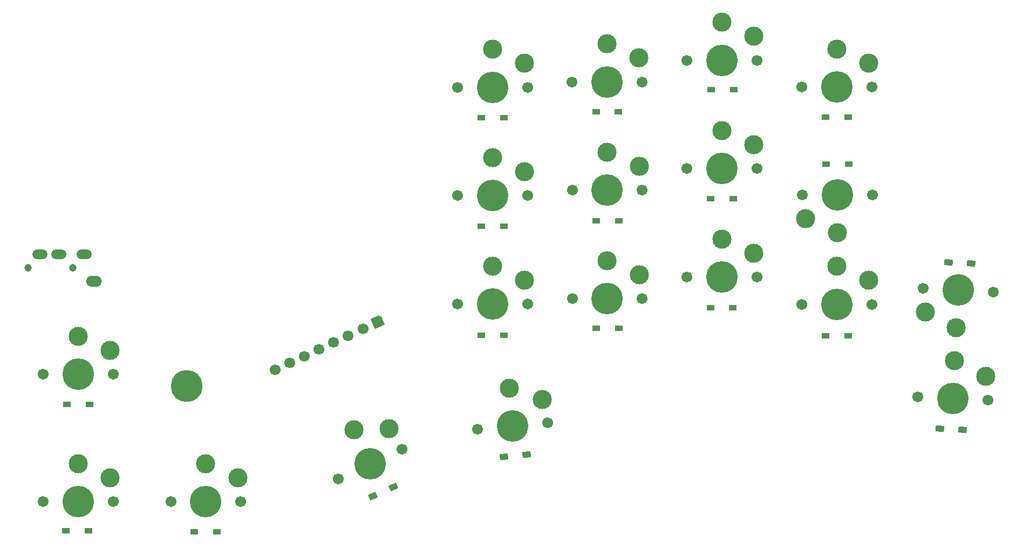
<source format=gbr>
%TF.GenerationSoftware,KiCad,Pcbnew,7.0.7*%
%TF.CreationDate,2024-10-24T22:54:22+09:00*%
%TF.ProjectId,evoroll,65766f72-6f6c-46c2-9e6b-696361645f70,rev?*%
%TF.SameCoordinates,Original*%
%TF.FileFunction,Soldermask,Top*%
%TF.FilePolarity,Negative*%
%FSLAX46Y46*%
G04 Gerber Fmt 4.6, Leading zero omitted, Abs format (unit mm)*
G04 Created by KiCad (PCBNEW 7.0.7) date 2024-10-24 22:54:22*
%MOMM*%
%LPD*%
G01*
G04 APERTURE LIST*
G04 Aperture macros list*
%AMHorizOval*
0 Thick line with rounded ends*
0 $1 width*
0 $2 $3 position (X,Y) of the first rounded end (center of the circle)*
0 $4 $5 position (X,Y) of the second rounded end (center of the circle)*
0 Add line between two ends*
20,1,$1,$2,$3,$4,$5,0*
0 Add two circle primitives to create the rounded ends*
1,1,$1,$2,$3*
1,1,$1,$4,$5*%
%AMRotRect*
0 Rectangle, with rotation*
0 The origin of the aperture is its center*
0 $1 length*
0 $2 width*
0 $3 Rotation angle, in degrees counterclockwise*
0 Add horizontal line*
21,1,$1,$2,0,0,$3*%
%AMOutline5P*
0 Free polygon, 5 corners , with rotation*
0 The origin of the aperture is its center*
0 number of corners: always 5*
0 $1 to $10 corner X, Y*
0 $11 Rotation angle, in degrees counterclockwise*
0 create outline with 5 corners*
4,1,5,$1,$2,$3,$4,$5,$6,$7,$8,$9,$10,$1,$2,$11*%
%AMOutline6P*
0 Free polygon, 6 corners , with rotation*
0 The origin of the aperture is its center*
0 number of corners: always 6*
0 $1 to $12 corner X, Y*
0 $13 Rotation angle, in degrees counterclockwise*
0 create outline with 6 corners*
4,1,6,$1,$2,$3,$4,$5,$6,$7,$8,$9,$10,$11,$12,$1,$2,$13*%
%AMOutline7P*
0 Free polygon, 7 corners , with rotation*
0 The origin of the aperture is its center*
0 number of corners: always 7*
0 $1 to $14 corner X, Y*
0 $15 Rotation angle, in degrees counterclockwise*
0 create outline with 7 corners*
4,1,7,$1,$2,$3,$4,$5,$6,$7,$8,$9,$10,$11,$12,$13,$14,$1,$2,$15*%
%AMOutline8P*
0 Free polygon, 8 corners , with rotation*
0 The origin of the aperture is its center*
0 number of corners: always 8*
0 $1 to $16 corner X, Y*
0 $17 Rotation angle, in degrees counterclockwise*
0 create outline with 8 corners*
4,1,8,$1,$2,$3,$4,$5,$6,$7,$8,$9,$10,$11,$12,$13,$14,$15,$16,$1,$2,$17*%
G04 Aperture macros list end*
%ADD10R,1.300000X0.950000*%
%ADD11C,1.701800*%
%ADD12C,3.000000*%
%ADD13C,4.950000*%
%ADD14HorizOval,1.700000X0.000000X0.000000X0.000000X0.000000X0*%
%ADD15Outline5P,-0.850000X0.510000X-0.510000X0.850000X0.850000X0.850000X0.850000X-0.850000X-0.850000X-0.850000X295.000000*%
%ADD16RotRect,1.300000X0.950000X5.000000*%
%ADD17C,1.200000*%
%ADD18O,2.500000X1.700000*%
%ADD19O,2.400000X1.500000*%
%ADD20RotRect,1.300000X0.950000X357.000000*%
%ADD21RotRect,1.300000X0.950000X25.000000*%
%ADD22C,5.000000*%
G04 APERTURE END LIST*
D10*
%TO.C,D10*%
X87875000Y-74275000D03*
X91425000Y-74275000D03*
%TD*%
D11*
%TO.C,SW15*%
X30154000Y-80362000D03*
D12*
X29654000Y-76612000D03*
D13*
X24654000Y-80362000D03*
D12*
X24654000Y-74412000D03*
D11*
X19154000Y-80362000D03*
%TD*%
%TO.C,SW1*%
X95150000Y-35375000D03*
D12*
X94650000Y-31625000D03*
D13*
X89650000Y-35375000D03*
D12*
X89650000Y-29425000D03*
D11*
X84150000Y-35375000D03*
%TD*%
D10*
%TO.C,D1*%
X87875000Y-40150000D03*
X91425000Y-40150000D03*
%TD*%
%TO.C,D6*%
X105925000Y-56300000D03*
X109475000Y-56300000D03*
%TD*%
D11*
%TO.C,SW12*%
X131125000Y-65125000D03*
D12*
X130625000Y-61375000D03*
D13*
X125625000Y-65125000D03*
D12*
X125625000Y-59175000D03*
D11*
X120125000Y-65125000D03*
%TD*%
%TO.C,SW19*%
X98272648Y-87998001D03*
D12*
X97447716Y-84305849D03*
D13*
X92793577Y-88477358D03*
D12*
X92275000Y-82550000D03*
D11*
X87314506Y-88956715D03*
%TD*%
%TO.C,SW16*%
X30146200Y-100339800D03*
D12*
X29646200Y-96589800D03*
D13*
X24646200Y-100339800D03*
D12*
X24646200Y-94389800D03*
D11*
X19146200Y-100339800D03*
%TD*%
%TO.C,SW3*%
X131175000Y-31125000D03*
D12*
X130675000Y-27375000D03*
D13*
X125675000Y-31125000D03*
D12*
X125675000Y-25175000D03*
D11*
X120175000Y-31125000D03*
%TD*%
%TO.C,SW10*%
X95150000Y-69375000D03*
D12*
X94650000Y-65625000D03*
D13*
X89650000Y-69375000D03*
D12*
X89650000Y-63425000D03*
D11*
X84150000Y-69375000D03*
%TD*%
D14*
%TO.C,J1*%
X55497979Y-79673451D03*
X57800000Y-78600000D03*
X60102022Y-77526550D03*
X62404044Y-76453100D03*
X64706066Y-75379649D03*
X67008087Y-74306199D03*
X69310109Y-73232748D03*
D15*
X71612131Y-72159298D03*
%TD*%
D16*
%TO.C,D19*%
X91431754Y-93279701D03*
X94968246Y-92970299D03*
%TD*%
D10*
%TO.C,D12*%
X123825000Y-69925000D03*
X127375000Y-69925000D03*
%TD*%
%TO.C,D16*%
X22728200Y-104942800D03*
X26278200Y-104942800D03*
%TD*%
D17*
%TO.C,J2*%
X16782200Y-63685000D03*
X23782200Y-63685000D03*
D18*
X27082200Y-65785000D03*
D19*
X18582200Y-61585000D03*
X21582200Y-61585000D03*
X25582200Y-61585000D03*
%TD*%
D11*
%TO.C,SW6*%
X113150000Y-51525000D03*
D12*
X112650000Y-47775000D03*
D13*
X107650000Y-51525000D03*
D12*
X107650000Y-45575000D03*
D11*
X102150000Y-51525000D03*
%TD*%
%TO.C,SW2*%
X113125000Y-34525000D03*
D12*
X112625000Y-30775000D03*
D13*
X107625000Y-34525000D03*
D12*
X107625000Y-28575000D03*
D11*
X102125000Y-34525000D03*
%TD*%
D10*
%TO.C,D5*%
X87850000Y-57150000D03*
X91400000Y-57150000D03*
%TD*%
D11*
%TO.C,SW13*%
X149150000Y-69400000D03*
D12*
X148650000Y-65650000D03*
D13*
X143650000Y-69400000D03*
D12*
X143650000Y-63450000D03*
D11*
X138150000Y-69400000D03*
%TD*%
D10*
%TO.C,D7*%
X123875000Y-52825000D03*
X127425000Y-52825000D03*
%TD*%
D11*
%TO.C,SW9*%
X157241651Y-66875398D03*
D12*
X157544705Y-70646427D03*
D13*
X162734113Y-67163246D03*
D12*
X162422714Y-73105092D03*
D11*
X168226575Y-67451094D03*
%TD*%
D20*
%TO.C,D9*%
X161227433Y-62807104D03*
X164772567Y-62992896D03*
%TD*%
D11*
%TO.C,SW5*%
X95125000Y-52350000D03*
D12*
X94625000Y-48600000D03*
D13*
X89625000Y-52350000D03*
D12*
X89625000Y-46400000D03*
D11*
X84125000Y-52350000D03*
%TD*%
D10*
%TO.C,D8*%
X142025000Y-47416790D03*
X145575000Y-47416790D03*
%TD*%
%TO.C,D4*%
X141875000Y-40083211D03*
X145425000Y-40083211D03*
%TD*%
%TO.C,D2*%
X105875000Y-39208211D03*
X109425000Y-39208211D03*
%TD*%
D11*
%TO.C,SW17*%
X50159000Y-100345400D03*
D12*
X49659000Y-96595400D03*
D13*
X44659000Y-100345400D03*
D12*
X44659000Y-94395400D03*
D11*
X39159000Y-100345400D03*
%TD*%
D10*
%TO.C,D15*%
X22829800Y-85059211D03*
X26379800Y-85059211D03*
%TD*%
D21*
%TO.C,D18*%
X70866304Y-99525147D03*
X74083696Y-98024853D03*
%TD*%
D20*
%TO.C,D14*%
X159852433Y-88882104D03*
X163397567Y-89067896D03*
%TD*%
D11*
%TO.C,SW7*%
X131125000Y-48125000D03*
D12*
X130625000Y-44375000D03*
D13*
X125625000Y-48125000D03*
D12*
X125625000Y-42175000D03*
D11*
X120125000Y-48125000D03*
%TD*%
D10*
%TO.C,D17*%
X42870400Y-105095200D03*
X46420400Y-105095200D03*
%TD*%
D11*
%TO.C,SW11*%
X113150000Y-68525000D03*
D12*
X112650000Y-64775000D03*
D13*
X107650000Y-68525000D03*
D12*
X107650000Y-62575000D03*
D11*
X102150000Y-68525000D03*
%TD*%
D10*
%TO.C,D13*%
X141900000Y-74308211D03*
X145450000Y-74308211D03*
%TD*%
%TO.C,D11*%
X105900000Y-73200000D03*
X109450000Y-73200000D03*
%TD*%
D22*
%TO.C,Ref\u002A\u002A*%
X41648200Y-82209800D03*
%TD*%
D11*
%TO.C,SW4*%
X149150000Y-35350000D03*
D12*
X148650000Y-31600000D03*
D13*
X143650000Y-35350000D03*
D12*
X143650000Y-29400000D03*
D11*
X138150000Y-35350000D03*
%TD*%
%TO.C,SW14*%
X167356063Y-84454694D03*
D12*
X167053009Y-80683665D03*
D13*
X161863601Y-84166846D03*
D12*
X162175000Y-78225000D03*
D11*
X156371139Y-83878998D03*
%TD*%
D10*
%TO.C,D3*%
X123925000Y-35733211D03*
X127475000Y-35733211D03*
%TD*%
D11*
%TO.C,SW8*%
X138275000Y-52225000D03*
D12*
X138775000Y-55975000D03*
D13*
X143775000Y-52225000D03*
D12*
X143775000Y-58175000D03*
D11*
X149275000Y-52225000D03*
%TD*%
%TO.C,SW18*%
X75424272Y-92118131D03*
D12*
X73386299Y-88930785D03*
D13*
X70439579Y-94442531D03*
D12*
X67925000Y-89050000D03*
D11*
X65454886Y-96766931D03*
%TD*%
M02*

</source>
